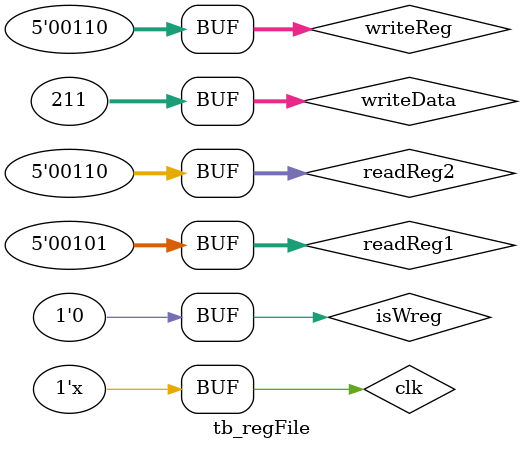
<source format=v>
`timescale 1ns / 1ps
`define clock_period 20

module tb_regFile(
    );
    
    reg [4:0] readReg1;
    reg [4:0] readReg2;
    reg clk;
    reg [4:0] writeReg;
    reg [31:0] writeData;
    reg isWreg;
    wire [31:0] readData1;
    wire [31:0] readData2;

    
    RegFile test(
           clk,readReg1,readReg2,writeReg,writeData,isWreg,readData1,readData2
        );
      
      initial clk =1'b1;
      always#(`clock_period/2) clk=~clk;  
      
initial begin
    #20
    isWreg = 1'b1;
    writeReg = 4'h1;
    writeData = 32'hd1;
    #20
    isWreg = 1'b1;
    writeReg = 4'h2;
    writeData = 32'hd2;
    #20
    isWreg = 1'b0;
    readReg1 = 4'h1;
    readReg2 = 4'h1;
    #20
    isWreg = 1'b0;
    readReg1 = 4'h2;
    readReg2 = 4'h2;
    #20
    isWreg = 1'b1;
    writeReg = 4'h6;
    writeData = 32'hd3;
    #20
    isWreg = 1'b0;
    readReg1 = 4'h5;
    readReg2 = 4'h6;

end

endmodule
</source>
